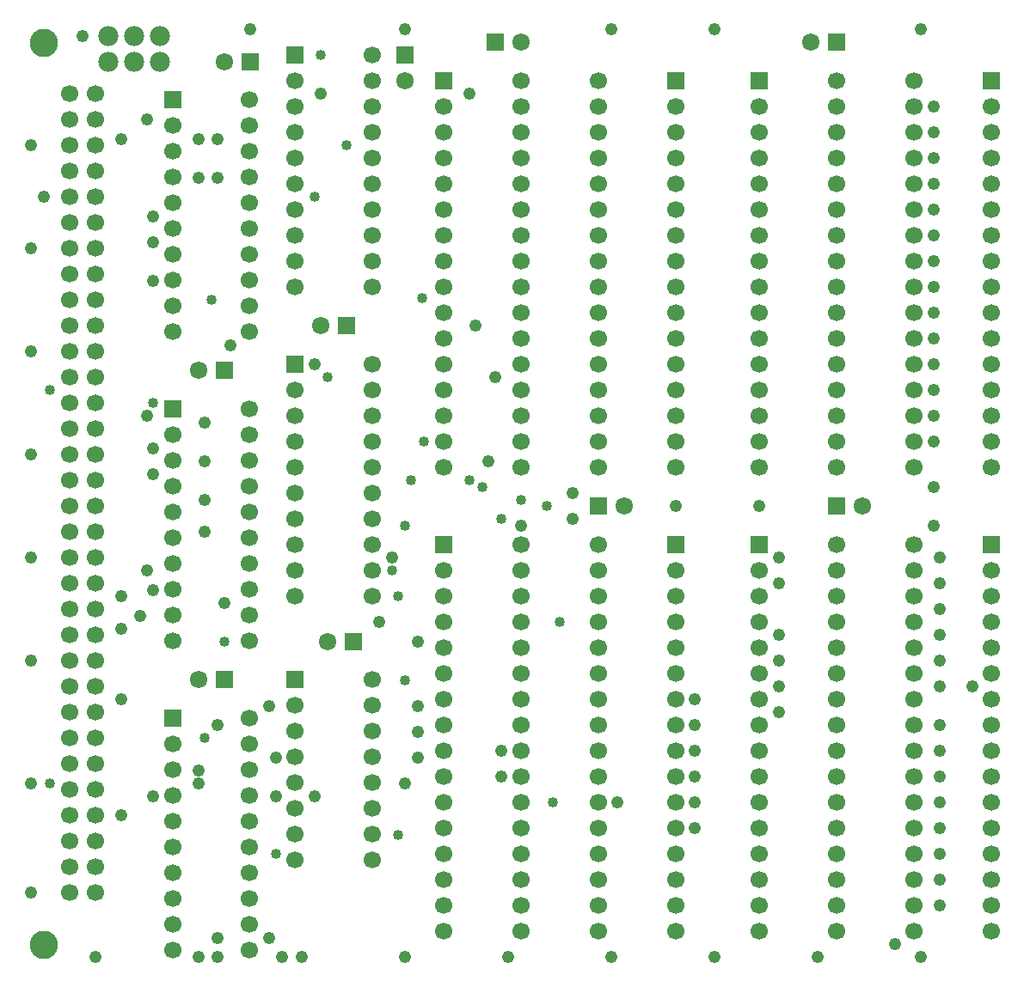
<source format=gbr>
G04 DipTrace 2.3.1.0*
%INBottomMask.gbr*%
%MOMM*%
%ADD26C,1.016*%
%ADD28C,2.8*%
%ADD33C,1.216*%
%ADD34C,1.7*%
%ADD36R,1.7X1.7*%
%ADD38C,1.7*%
%ADD40C,1.978*%
%ADD42R,1.724X1.724*%
%ADD44C,1.724*%
%FSLAX53Y53*%
G04*
G71*
G90*
G75*
G01*
%LNBotMask*%
%LPD*%
D33*
X100805Y50680D3*
Y43060D3*
Y45600D3*
Y48140D3*
Y40520D3*
Y37980D3*
X84930Y50680D3*
Y48140D3*
Y43060D3*
Y40520D3*
Y37980D3*
Y35440D3*
X76675Y36710D3*
Y34170D3*
Y31630D3*
Y29090D3*
Y26550D3*
Y24010D3*
X69053Y26510D3*
X96358Y12540D3*
X56988Y68420D3*
X12538Y86200D3*
X45558Y44290D3*
X20158Y25240D3*
X23333Y27145D3*
X29683Y88105D3*
X27778D3*
Y91915D3*
X29683D3*
X49368Y42385D3*
X30318Y46195D3*
X27778Y29685D3*
Y28415D3*
X29683Y34130D3*
X46828Y50640D3*
X36033Y11270D3*
X37938D3*
X29683D3*
X27778D3*
X11268Y28415D3*
Y40480D3*
X23333Y61435D3*
Y58895D3*
X48098Y11270D3*
X58258D3*
X68418D3*
X78578D3*
X88738D3*
X98898D3*
Y102710D3*
X78578D3*
X68418D3*
X48098D3*
X28413Y53180D3*
Y60165D3*
X22698Y64610D3*
Y93820D3*
X11268Y91280D3*
Y81120D3*
Y70960D3*
Y60800D3*
Y50640D3*
X17618Y11270D3*
X11268Y17620D3*
X32858Y102710D3*
X100168Y95090D3*
X59528Y53815D3*
X56353Y60165D3*
X57623Y29050D3*
X49368Y33495D3*
X54448Y96360D3*
X55083Y73500D3*
X100168Y92550D3*
Y90010D3*
Y87470D3*
Y84930D3*
Y82390D3*
Y79850D3*
Y77310D3*
Y74770D3*
Y72230D3*
X100803Y34130D3*
Y31590D3*
Y29050D3*
Y26510D3*
Y23970D3*
Y21430D3*
Y18890D3*
Y16350D3*
X57623Y31590D3*
X48098Y28415D3*
X49368Y36035D3*
X35398Y27145D3*
X39843Y96360D3*
X28413Y56355D3*
Y63975D3*
X64608Y56990D3*
Y54450D3*
X74768Y55720D3*
X83023D3*
X16348Y102075D3*
X35398Y30955D3*
X20158Y43655D3*
X22063Y44925D3*
X20158Y36670D3*
X29683Y13175D3*
X34763D3*
X103978Y37940D3*
X23333Y77945D3*
Y81755D3*
X20158Y46830D3*
X23333Y84295D3*
X30953Y71595D3*
X34763Y36035D3*
X49368Y30955D3*
X39208Y69690D3*
X20158Y91915D3*
D26*
X42383Y91280D3*
X49862Y76217D3*
X39208Y86200D3*
X30318Y42385D3*
X55718Y57625D3*
X62068Y55720D3*
X46828Y49370D3*
X48098Y53815D3*
X47463Y46830D3*
X13173Y67150D3*
D33*
X22698Y49370D3*
X23333Y47465D3*
D26*
X47463Y23335D3*
X35398Y21430D3*
X59528Y56355D3*
X57623Y54450D3*
X48733Y58260D3*
X54448D3*
X50003Y62070D3*
X23333Y65880D3*
X29048Y76040D3*
X62703Y26510D3*
X13173Y28415D3*
X48098Y38575D3*
X39843Y100170D3*
X63338Y44290D3*
X40478Y68420D3*
X28413Y32860D3*
D33*
X39208Y27145D3*
X100168Y69690D3*
Y67150D3*
Y64610D3*
Y62070D3*
Y57625D3*
Y53815D3*
D44*
X27780Y38615D3*
D42*
X30320D3*
D44*
X39845Y73540D3*
D42*
X42385D3*
D44*
X30319Y99555D3*
D42*
X32859D3*
D44*
X40478Y42385D3*
D42*
X43018D3*
D44*
X27780Y69095D3*
D42*
X30320D3*
D44*
X48100Y97670D3*
D42*
Y100210D3*
D44*
X59530Y101480D3*
D42*
X56990D3*
D44*
X69690Y55760D3*
D42*
X67150D3*
D44*
X88105Y101480D3*
D42*
X90645D3*
D44*
X93185Y55760D3*
D42*
X90645D3*
D40*
X18889Y102095D3*
X21429D3*
X23969D3*
X18889Y99555D3*
X21429D3*
X23969D3*
D38*
X17618Y96360D3*
Y93820D3*
Y91280D3*
Y88740D3*
Y86200D3*
Y83660D3*
Y81120D3*
Y78580D3*
Y76040D3*
Y73500D3*
Y70960D3*
Y68420D3*
Y65880D3*
Y63340D3*
Y60800D3*
Y58260D3*
Y55720D3*
Y53180D3*
Y50640D3*
Y48100D3*
Y45560D3*
Y43020D3*
Y40480D3*
Y37940D3*
Y35400D3*
Y32860D3*
Y30320D3*
Y27780D3*
Y25240D3*
Y22700D3*
Y20160D3*
Y17620D3*
X15078Y96360D3*
Y93820D3*
Y91280D3*
Y88740D3*
Y86200D3*
Y83660D3*
Y81120D3*
Y78580D3*
Y76040D3*
Y73500D3*
Y70960D3*
Y68420D3*
Y65880D3*
Y63340D3*
Y60800D3*
Y58260D3*
Y55720D3*
Y53180D3*
Y50640D3*
Y48100D3*
Y45560D3*
Y43020D3*
Y40480D3*
Y37940D3*
Y35400D3*
Y32860D3*
Y30320D3*
Y27780D3*
Y25240D3*
Y22700D3*
Y20160D3*
Y17620D3*
D28*
X12538Y101420D3*
Y12520D3*
D36*
X51910Y97670D3*
D34*
Y95130D3*
Y92590D3*
Y90050D3*
Y87510D3*
Y84970D3*
Y82430D3*
Y79890D3*
Y77350D3*
Y74810D3*
Y72270D3*
Y69730D3*
Y67190D3*
Y64650D3*
Y62110D3*
Y59570D3*
X67150D3*
Y62110D3*
Y64650D3*
Y67190D3*
Y69730D3*
Y72270D3*
Y74810D3*
Y77350D3*
Y79890D3*
Y82430D3*
Y84970D3*
Y87510D3*
Y90050D3*
Y92590D3*
Y95130D3*
Y97670D3*
D36*
X51910Y51950D3*
D34*
Y49410D3*
Y46870D3*
Y44330D3*
Y41790D3*
Y39250D3*
Y36710D3*
Y34170D3*
Y31630D3*
Y29090D3*
Y26550D3*
Y24010D3*
Y21470D3*
Y18930D3*
Y16390D3*
Y13850D3*
X67150D3*
Y16390D3*
Y18930D3*
Y21470D3*
Y24010D3*
Y26550D3*
Y29090D3*
Y31630D3*
Y34170D3*
Y36710D3*
Y39250D3*
Y41790D3*
Y44330D3*
Y46870D3*
Y49410D3*
Y51950D3*
D36*
X74770Y97670D3*
D34*
Y95130D3*
Y92590D3*
Y90050D3*
Y87510D3*
Y84970D3*
Y82430D3*
Y79890D3*
Y77350D3*
Y74810D3*
Y72270D3*
Y69730D3*
Y67190D3*
Y64650D3*
Y62110D3*
Y59570D3*
X59530D3*
Y62110D3*
Y64650D3*
Y67190D3*
Y69730D3*
Y72270D3*
Y74810D3*
Y77350D3*
Y79890D3*
Y82430D3*
Y84970D3*
Y87510D3*
Y90050D3*
Y92590D3*
Y95130D3*
Y97670D3*
D36*
X74770Y51950D3*
D34*
Y49410D3*
Y46870D3*
Y44330D3*
Y41790D3*
Y39250D3*
Y36710D3*
Y34170D3*
Y31630D3*
Y29090D3*
Y26550D3*
Y24010D3*
Y21470D3*
Y18930D3*
Y16390D3*
Y13850D3*
X59530D3*
Y16390D3*
Y18930D3*
Y21470D3*
Y24010D3*
Y26550D3*
Y29090D3*
Y31630D3*
Y34170D3*
Y36710D3*
Y39250D3*
Y41790D3*
Y44330D3*
Y46870D3*
Y49410D3*
Y51950D3*
D36*
X83025Y97670D3*
D34*
Y95130D3*
Y92590D3*
Y90050D3*
Y87510D3*
Y84970D3*
Y82430D3*
Y79890D3*
Y77350D3*
Y74810D3*
Y72270D3*
Y69730D3*
Y67190D3*
Y64650D3*
Y62110D3*
Y59570D3*
X98265D3*
Y62110D3*
Y64650D3*
Y67190D3*
Y69730D3*
Y72270D3*
Y74810D3*
Y77350D3*
Y79890D3*
Y82430D3*
Y84970D3*
Y87510D3*
Y90050D3*
Y92590D3*
Y95130D3*
Y97670D3*
D36*
X83025Y51950D3*
D34*
Y49410D3*
Y46870D3*
Y44330D3*
Y41790D3*
Y39250D3*
Y36710D3*
Y34170D3*
Y31630D3*
Y29090D3*
Y26550D3*
Y24010D3*
Y21470D3*
Y18930D3*
Y16390D3*
Y13850D3*
X98265D3*
Y16390D3*
Y18930D3*
Y21470D3*
Y24010D3*
Y26550D3*
Y29090D3*
Y31630D3*
Y34170D3*
Y36710D3*
Y39250D3*
Y41790D3*
Y44330D3*
Y46870D3*
Y49410D3*
Y51950D3*
D36*
X105885Y97670D3*
D34*
Y95130D3*
Y92590D3*
Y90050D3*
Y87510D3*
Y84970D3*
Y82430D3*
Y79890D3*
Y77350D3*
Y74810D3*
Y72270D3*
Y69730D3*
Y67190D3*
Y64650D3*
Y62110D3*
Y59570D3*
X90645D3*
Y62110D3*
Y64650D3*
Y67190D3*
Y69730D3*
Y72270D3*
Y74810D3*
Y77350D3*
Y79890D3*
Y82430D3*
Y84970D3*
Y87510D3*
Y90050D3*
Y92590D3*
Y95130D3*
Y97670D3*
D36*
X105885Y51950D3*
D34*
Y49410D3*
Y46870D3*
Y44330D3*
Y41790D3*
Y39250D3*
Y36710D3*
Y34170D3*
Y31630D3*
Y29090D3*
Y26550D3*
Y24010D3*
Y21470D3*
Y18930D3*
Y16390D3*
Y13850D3*
X90645D3*
Y16390D3*
Y18930D3*
Y21470D3*
Y24010D3*
Y26550D3*
Y29090D3*
Y31630D3*
Y34170D3*
Y36710D3*
Y39250D3*
Y41790D3*
Y44330D3*
Y46870D3*
Y49410D3*
Y51950D3*
D36*
X37305Y38615D3*
D34*
Y36075D3*
Y33535D3*
Y30995D3*
Y28455D3*
Y25915D3*
Y23375D3*
Y20835D3*
X44905D3*
Y23375D3*
Y25915D3*
Y28455D3*
Y30995D3*
Y33535D3*
Y36075D3*
Y38615D3*
D36*
X25240Y95765D3*
D34*
Y93225D3*
Y90685D3*
Y88145D3*
Y85605D3*
Y83065D3*
Y80525D3*
Y77985D3*
Y75445D3*
Y72905D3*
X32840Y95765D3*
Y93225D3*
Y90685D3*
Y88145D3*
Y85605D3*
Y83065D3*
Y80525D3*
Y77985D3*
Y75445D3*
Y72905D3*
D36*
X25240Y65285D3*
D34*
Y62745D3*
Y60205D3*
Y57665D3*
Y55125D3*
Y52585D3*
Y50045D3*
Y47505D3*
Y44965D3*
Y42425D3*
X32840Y65285D3*
Y62745D3*
Y60205D3*
Y57665D3*
Y55125D3*
Y52585D3*
Y50045D3*
Y47505D3*
Y44965D3*
Y42425D3*
D36*
X37305Y100210D3*
D34*
Y97670D3*
Y95130D3*
Y92590D3*
Y90050D3*
Y87510D3*
Y84970D3*
Y82430D3*
Y79890D3*
Y77350D3*
X44905Y100210D3*
Y97670D3*
Y95130D3*
Y92590D3*
Y90050D3*
Y87510D3*
Y84970D3*
Y82430D3*
Y79890D3*
Y77350D3*
D36*
X25240Y34805D3*
D34*
Y32265D3*
Y29725D3*
Y27185D3*
Y24645D3*
Y22105D3*
Y19565D3*
Y17025D3*
Y14485D3*
Y11945D3*
X32840Y34805D3*
Y32265D3*
Y29725D3*
Y27185D3*
Y24645D3*
Y22105D3*
Y19565D3*
Y17025D3*
Y14485D3*
Y11945D3*
D36*
X37305Y69730D3*
D34*
Y67190D3*
Y64650D3*
Y62110D3*
Y59570D3*
Y57030D3*
Y54490D3*
Y51950D3*
Y49410D3*
Y46870D3*
X44905Y69730D3*
Y67190D3*
Y64650D3*
Y62110D3*
Y59570D3*
Y57030D3*
Y54490D3*
Y51950D3*
Y49410D3*
Y46870D3*
M02*

</source>
